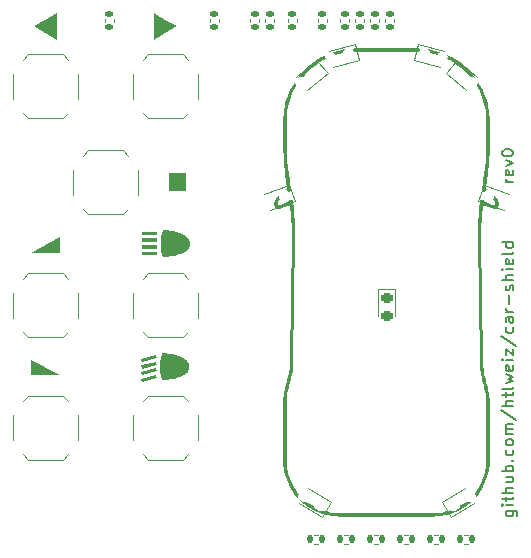
<source format=gbr>
%TF.GenerationSoftware,KiCad,Pcbnew,(6.0.9)*%
%TF.CreationDate,2022-11-30T17:50:51+01:00*%
%TF.ProjectId,car-shield,6361722d-7368-4696-956c-642e6b696361,rev0*%
%TF.SameCoordinates,Original*%
%TF.FileFunction,Legend,Top*%
%TF.FilePolarity,Positive*%
%FSLAX46Y46*%
G04 Gerber Fmt 4.6, Leading zero omitted, Abs format (unit mm)*
G04 Created by KiCad (PCBNEW (6.0.9)) date 2022-11-30 17:50:51*
%MOMM*%
%LPD*%
G01*
G04 APERTURE LIST*
G04 Aperture macros list*
%AMRoundRect*
0 Rectangle with rounded corners*
0 $1 Rounding radius*
0 $2 $3 $4 $5 $6 $7 $8 $9 X,Y pos of 4 corners*
0 Add a 4 corners polygon primitive as box body*
4,1,4,$2,$3,$4,$5,$6,$7,$8,$9,$2,$3,0*
0 Add four circle primitives for the rounded corners*
1,1,$1+$1,$2,$3*
1,1,$1+$1,$4,$5*
1,1,$1+$1,$6,$7*
1,1,$1+$1,$8,$9*
0 Add four rect primitives between the rounded corners*
20,1,$1+$1,$2,$3,$4,$5,0*
20,1,$1+$1,$4,$5,$6,$7,0*
20,1,$1+$1,$6,$7,$8,$9,0*
20,1,$1+$1,$8,$9,$2,$3,0*%
G04 Aperture macros list end*
%ADD10C,0.150000*%
%ADD11C,0.000000*%
%ADD12C,0.120000*%
%ADD13R,1.000000X0.750000*%
%ADD14RoundRect,0.218750X0.117915X0.315613X-0.293200X0.165979X-0.117915X-0.315613X0.293200X-0.165979X0*%
%ADD15RoundRect,0.135000X-0.135000X-0.185000X0.135000X-0.185000X0.135000X0.185000X-0.135000X0.185000X0*%
%ADD16RoundRect,0.135000X-0.185000X0.135000X-0.185000X-0.135000X0.185000X-0.135000X0.185000X0.135000X0*%
%ADD17RoundRect,0.218750X-0.277619X-0.190902X0.144974X-0.304135X0.277619X0.190902X-0.144974X0.304135X0*%
%ADD18RoundRect,0.218750X0.317568X0.112544X-0.061318X0.331294X-0.317568X-0.112544X0.061318X-0.331294X0*%
%ADD19RoundRect,0.218750X-0.332287X-0.055689X0.002858X-0.336909X0.332287X0.055689X-0.002858X0.336909X0*%
%ADD20RoundRect,0.218750X0.002858X0.336909X-0.332287X0.055689X-0.002858X-0.336909X0.332287X-0.055689X0*%
%ADD21RoundRect,0.218750X-0.256250X0.218750X-0.256250X-0.218750X0.256250X-0.218750X0.256250X0.218750X0*%
%ADD22RoundRect,0.218750X-0.061318X-0.331294X0.317568X-0.112544X0.061318X0.331294X-0.317568X0.112544X0*%
%ADD23RoundRect,0.218750X0.144974X0.304135X-0.277619X0.190902X-0.144974X-0.304135X0.277619X-0.190902X0*%
%ADD24RoundRect,0.135000X0.185000X-0.135000X0.185000X0.135000X-0.185000X0.135000X-0.185000X-0.135000X0*%
%ADD25RoundRect,0.218750X-0.293200X-0.165979X0.117915X-0.315613X0.293200X0.165979X-0.117915X0.315613X0*%
%ADD26C,2.000000*%
%ADD27R,1.600000X1.600000*%
%ADD28O,1.600000X1.600000*%
G04 APERTURE END LIST*
D10*
X166060380Y-89749142D02*
X165393714Y-89749142D01*
X165584190Y-89749142D02*
X165488952Y-89701523D01*
X165441333Y-89653904D01*
X165393714Y-89558666D01*
X165393714Y-89463428D01*
X166012761Y-88749142D02*
X166060380Y-88844380D01*
X166060380Y-89034857D01*
X166012761Y-89130095D01*
X165917523Y-89177714D01*
X165536571Y-89177714D01*
X165441333Y-89130095D01*
X165393714Y-89034857D01*
X165393714Y-88844380D01*
X165441333Y-88749142D01*
X165536571Y-88701523D01*
X165631809Y-88701523D01*
X165727047Y-89177714D01*
X165393714Y-88368190D02*
X166060380Y-88130095D01*
X165393714Y-87892000D01*
X165060380Y-87320571D02*
X165060380Y-87225333D01*
X165108000Y-87130095D01*
X165155619Y-87082476D01*
X165250857Y-87034857D01*
X165441333Y-86987238D01*
X165679428Y-86987238D01*
X165869904Y-87034857D01*
X165965142Y-87082476D01*
X166012761Y-87130095D01*
X166060380Y-87225333D01*
X166060380Y-87320571D01*
X166012761Y-87415809D01*
X165965142Y-87463428D01*
X165869904Y-87511047D01*
X165679428Y-87558666D01*
X165441333Y-87558666D01*
X165250857Y-87511047D01*
X165155619Y-87463428D01*
X165108000Y-87415809D01*
X165060380Y-87320571D01*
X165393714Y-117568857D02*
X166203238Y-117568857D01*
X166298476Y-117616476D01*
X166346095Y-117664095D01*
X166393714Y-117759333D01*
X166393714Y-117902190D01*
X166346095Y-117997428D01*
X166012761Y-117568857D02*
X166060380Y-117664095D01*
X166060380Y-117854571D01*
X166012761Y-117949809D01*
X165965142Y-117997428D01*
X165869904Y-118045047D01*
X165584190Y-118045047D01*
X165488952Y-117997428D01*
X165441333Y-117949809D01*
X165393714Y-117854571D01*
X165393714Y-117664095D01*
X165441333Y-117568857D01*
X166060380Y-117092666D02*
X165393714Y-117092666D01*
X165060380Y-117092666D02*
X165108000Y-117140285D01*
X165155619Y-117092666D01*
X165108000Y-117045047D01*
X165060380Y-117092666D01*
X165155619Y-117092666D01*
X165393714Y-116759333D02*
X165393714Y-116378380D01*
X165060380Y-116616476D02*
X165917523Y-116616476D01*
X166012761Y-116568857D01*
X166060380Y-116473619D01*
X166060380Y-116378380D01*
X166060380Y-116045047D02*
X165060380Y-116045047D01*
X166060380Y-115616476D02*
X165536571Y-115616476D01*
X165441333Y-115664095D01*
X165393714Y-115759333D01*
X165393714Y-115902190D01*
X165441333Y-115997428D01*
X165488952Y-116045047D01*
X165393714Y-114711714D02*
X166060380Y-114711714D01*
X165393714Y-115140285D02*
X165917523Y-115140285D01*
X166012761Y-115092666D01*
X166060380Y-114997428D01*
X166060380Y-114854571D01*
X166012761Y-114759333D01*
X165965142Y-114711714D01*
X166060380Y-114235523D02*
X165060380Y-114235523D01*
X165441333Y-114235523D02*
X165393714Y-114140285D01*
X165393714Y-113949809D01*
X165441333Y-113854571D01*
X165488952Y-113806952D01*
X165584190Y-113759333D01*
X165869904Y-113759333D01*
X165965142Y-113806952D01*
X166012761Y-113854571D01*
X166060380Y-113949809D01*
X166060380Y-114140285D01*
X166012761Y-114235523D01*
X165965142Y-113330761D02*
X166012761Y-113283142D01*
X166060380Y-113330761D01*
X166012761Y-113378380D01*
X165965142Y-113330761D01*
X166060380Y-113330761D01*
X166012761Y-112426000D02*
X166060380Y-112521238D01*
X166060380Y-112711714D01*
X166012761Y-112806952D01*
X165965142Y-112854571D01*
X165869904Y-112902190D01*
X165584190Y-112902190D01*
X165488952Y-112854571D01*
X165441333Y-112806952D01*
X165393714Y-112711714D01*
X165393714Y-112521238D01*
X165441333Y-112426000D01*
X166060380Y-111854571D02*
X166012761Y-111949809D01*
X165965142Y-111997428D01*
X165869904Y-112045047D01*
X165584190Y-112045047D01*
X165488952Y-111997428D01*
X165441333Y-111949809D01*
X165393714Y-111854571D01*
X165393714Y-111711714D01*
X165441333Y-111616476D01*
X165488952Y-111568857D01*
X165584190Y-111521238D01*
X165869904Y-111521238D01*
X165965142Y-111568857D01*
X166012761Y-111616476D01*
X166060380Y-111711714D01*
X166060380Y-111854571D01*
X166060380Y-111092666D02*
X165393714Y-111092666D01*
X165488952Y-111092666D02*
X165441333Y-111045047D01*
X165393714Y-110949809D01*
X165393714Y-110806952D01*
X165441333Y-110711714D01*
X165536571Y-110664095D01*
X166060380Y-110664095D01*
X165536571Y-110664095D02*
X165441333Y-110616476D01*
X165393714Y-110521238D01*
X165393714Y-110378380D01*
X165441333Y-110283142D01*
X165536571Y-110235523D01*
X166060380Y-110235523D01*
X165012761Y-109045047D02*
X166298476Y-109902190D01*
X166060380Y-108711714D02*
X165060380Y-108711714D01*
X166060380Y-108283142D02*
X165536571Y-108283142D01*
X165441333Y-108330761D01*
X165393714Y-108426000D01*
X165393714Y-108568857D01*
X165441333Y-108664095D01*
X165488952Y-108711714D01*
X165393714Y-107949809D02*
X165393714Y-107568857D01*
X165060380Y-107806952D02*
X165917523Y-107806952D01*
X166012761Y-107759333D01*
X166060380Y-107664095D01*
X166060380Y-107568857D01*
X166060380Y-107092666D02*
X166012761Y-107187904D01*
X165917523Y-107235523D01*
X165060380Y-107235523D01*
X165393714Y-106806952D02*
X166060380Y-106616476D01*
X165584190Y-106426000D01*
X166060380Y-106235523D01*
X165393714Y-106045047D01*
X166012761Y-105283142D02*
X166060380Y-105378380D01*
X166060380Y-105568857D01*
X166012761Y-105664095D01*
X165917523Y-105711714D01*
X165536571Y-105711714D01*
X165441333Y-105664095D01*
X165393714Y-105568857D01*
X165393714Y-105378380D01*
X165441333Y-105283142D01*
X165536571Y-105235523D01*
X165631809Y-105235523D01*
X165727047Y-105711714D01*
X166060380Y-104806952D02*
X165393714Y-104806952D01*
X165060380Y-104806952D02*
X165108000Y-104854571D01*
X165155619Y-104806952D01*
X165108000Y-104759333D01*
X165060380Y-104806952D01*
X165155619Y-104806952D01*
X165393714Y-104426000D02*
X165393714Y-103902190D01*
X166060380Y-104426000D01*
X166060380Y-103902190D01*
X165012761Y-102806952D02*
X166298476Y-103664095D01*
X166012761Y-102045047D02*
X166060380Y-102140285D01*
X166060380Y-102330761D01*
X166012761Y-102426000D01*
X165965142Y-102473619D01*
X165869904Y-102521238D01*
X165584190Y-102521238D01*
X165488952Y-102473619D01*
X165441333Y-102426000D01*
X165393714Y-102330761D01*
X165393714Y-102140285D01*
X165441333Y-102045047D01*
X166060380Y-101187904D02*
X165536571Y-101187904D01*
X165441333Y-101235523D01*
X165393714Y-101330761D01*
X165393714Y-101521238D01*
X165441333Y-101616476D01*
X166012761Y-101187904D02*
X166060380Y-101283142D01*
X166060380Y-101521238D01*
X166012761Y-101616476D01*
X165917523Y-101664095D01*
X165822285Y-101664095D01*
X165727047Y-101616476D01*
X165679428Y-101521238D01*
X165679428Y-101283142D01*
X165631809Y-101187904D01*
X166060380Y-100711714D02*
X165393714Y-100711714D01*
X165584190Y-100711714D02*
X165488952Y-100664095D01*
X165441333Y-100616476D01*
X165393714Y-100521238D01*
X165393714Y-100426000D01*
X165679428Y-100092666D02*
X165679428Y-99330761D01*
X166012761Y-98902190D02*
X166060380Y-98806952D01*
X166060380Y-98616476D01*
X166012761Y-98521238D01*
X165917523Y-98473619D01*
X165869904Y-98473619D01*
X165774666Y-98521238D01*
X165727047Y-98616476D01*
X165727047Y-98759333D01*
X165679428Y-98854571D01*
X165584190Y-98902190D01*
X165536571Y-98902190D01*
X165441333Y-98854571D01*
X165393714Y-98759333D01*
X165393714Y-98616476D01*
X165441333Y-98521238D01*
X166060380Y-98045047D02*
X165060380Y-98045047D01*
X166060380Y-97616476D02*
X165536571Y-97616476D01*
X165441333Y-97664095D01*
X165393714Y-97759333D01*
X165393714Y-97902190D01*
X165441333Y-97997428D01*
X165488952Y-98045047D01*
X166060380Y-97140285D02*
X165393714Y-97140285D01*
X165060380Y-97140285D02*
X165108000Y-97187904D01*
X165155619Y-97140285D01*
X165108000Y-97092666D01*
X165060380Y-97140285D01*
X165155619Y-97140285D01*
X166012761Y-96283142D02*
X166060380Y-96378380D01*
X166060380Y-96568857D01*
X166012761Y-96664095D01*
X165917523Y-96711714D01*
X165536571Y-96711714D01*
X165441333Y-96664095D01*
X165393714Y-96568857D01*
X165393714Y-96378380D01*
X165441333Y-96283142D01*
X165536571Y-96235523D01*
X165631809Y-96235523D01*
X165727047Y-96711714D01*
X166060380Y-95664095D02*
X166012761Y-95759333D01*
X165917523Y-95806952D01*
X165060380Y-95806952D01*
X166060380Y-94854571D02*
X165060380Y-94854571D01*
X166012761Y-94854571D02*
X166060380Y-94949809D01*
X166060380Y-95140285D01*
X166012761Y-95235523D01*
X165965142Y-95283142D01*
X165869904Y-95330761D01*
X165584190Y-95330761D01*
X165488952Y-95283142D01*
X165441333Y-95235523D01*
X165393714Y-95140285D01*
X165393714Y-94949809D01*
X165441333Y-94854571D01*
D11*
G36*
X135917017Y-95963308D02*
G01*
X134609781Y-95963308D01*
X134609781Y-95668039D01*
X135917017Y-95668039D01*
X135917017Y-95963308D01*
G37*
G36*
X135905672Y-105789755D02*
G01*
X134639605Y-106115172D01*
X134566088Y-105829207D01*
X135832171Y-105503790D01*
X135905672Y-105789755D01*
G37*
G36*
X135917017Y-95387037D02*
G01*
X134609781Y-95387037D01*
X134609781Y-95091768D01*
X135917017Y-95091768D01*
X135917017Y-95387037D01*
G37*
G36*
X127682554Y-106100000D02*
G01*
X125197447Y-106100000D01*
X125197447Y-104777437D01*
X127682554Y-106100000D01*
G37*
G36*
X136537783Y-104256769D02*
G01*
X136641718Y-104258130D01*
X136744948Y-104262208D01*
X136847302Y-104268965D01*
X136948607Y-104278363D01*
X137048692Y-104290364D01*
X137147385Y-104304931D01*
X137244514Y-104322025D01*
X137339907Y-104341609D01*
X137433393Y-104363645D01*
X137524799Y-104388094D01*
X137613954Y-104414920D01*
X137700686Y-104444084D01*
X137784823Y-104475548D01*
X137866193Y-104509275D01*
X137944624Y-104545226D01*
X138019945Y-104583365D01*
X138091623Y-104623442D01*
X138159193Y-104665175D01*
X138222583Y-104708473D01*
X138281722Y-104753245D01*
X138336539Y-104799399D01*
X138386963Y-104846844D01*
X138432923Y-104895488D01*
X138474346Y-104945241D01*
X138511164Y-104996011D01*
X138543303Y-105047707D01*
X138570693Y-105100238D01*
X138582584Y-105126788D01*
X138593262Y-105153512D01*
X138602717Y-105180399D01*
X138610940Y-105207438D01*
X138617923Y-105234618D01*
X138623656Y-105261925D01*
X138628130Y-105289351D01*
X138631337Y-105316882D01*
X138633268Y-105344508D01*
X138633913Y-105372217D01*
X138631170Y-105429607D01*
X138623061Y-105486243D01*
X138609718Y-105542056D01*
X138591274Y-105596974D01*
X138567859Y-105650929D01*
X138539606Y-105703849D01*
X138506646Y-105755666D01*
X138469110Y-105806309D01*
X138380840Y-105903791D01*
X138275850Y-105995737D01*
X138155191Y-106081586D01*
X138019919Y-106160776D01*
X137871085Y-106232748D01*
X137709744Y-106296942D01*
X137536949Y-106352796D01*
X137353753Y-106399750D01*
X137161209Y-106437244D01*
X136960372Y-106464717D01*
X136752293Y-106481610D01*
X136538027Y-106487360D01*
X136482325Y-106486816D01*
X136426680Y-106485481D01*
X136371121Y-106483354D01*
X136315676Y-106480433D01*
X136292796Y-106417586D01*
X136271309Y-106353582D01*
X136251226Y-106288485D01*
X136232557Y-106222360D01*
X136215314Y-106155270D01*
X136199509Y-106087282D01*
X136185152Y-106018459D01*
X136172255Y-105948867D01*
X136160829Y-105878570D01*
X136150884Y-105807632D01*
X136135487Y-105664095D01*
X136126154Y-105518773D01*
X136123788Y-105445604D01*
X136122973Y-105372183D01*
X136123789Y-105298755D01*
X136126154Y-105225580D01*
X136130058Y-105152723D01*
X136135490Y-105080248D01*
X136142438Y-105008221D01*
X136150890Y-104936705D01*
X136160836Y-104865765D01*
X136172264Y-104795467D01*
X136185164Y-104725873D01*
X136199523Y-104657050D01*
X136215331Y-104589062D01*
X136232576Y-104521973D01*
X136251248Y-104455848D01*
X136271334Y-104390752D01*
X136292824Y-104326748D01*
X136315707Y-104263903D01*
X136371142Y-104260925D01*
X136426695Y-104258731D01*
X136482334Y-104257323D01*
X136538027Y-104256701D01*
X136537783Y-104256769D01*
G37*
G36*
X127682554Y-95741000D02*
G01*
X125197447Y-95741000D01*
X127682554Y-94418433D01*
X127682554Y-95741000D01*
G37*
G36*
X135905672Y-105231623D02*
G01*
X134639590Y-105557039D01*
X134566088Y-105271067D01*
X135832171Y-104945650D01*
X135905672Y-105231623D01*
G37*
G36*
X135917017Y-94810770D02*
G01*
X134609781Y-94810770D01*
X134609781Y-94515501D01*
X135917017Y-94515501D01*
X135917017Y-94810770D01*
G37*
G36*
X135917017Y-94234499D02*
G01*
X134609781Y-94234499D01*
X134609781Y-93939230D01*
X135917017Y-93939230D01*
X135917017Y-94234499D01*
G37*
G36*
X136600024Y-75989803D02*
G01*
X137588808Y-76564002D01*
X136600024Y-77138198D01*
X135611193Y-77712394D01*
X135611193Y-75415607D01*
X136600024Y-75989803D01*
G37*
G36*
X138378000Y-90509168D02*
G01*
X136878832Y-90509168D01*
X136878832Y-89010000D01*
X138378000Y-89010000D01*
X138378000Y-90509168D01*
G37*
G36*
X135905672Y-106347883D02*
G01*
X134639590Y-106673300D01*
X134566088Y-106387335D01*
X135832171Y-106061911D01*
X135905672Y-106347883D01*
G37*
G36*
X135905672Y-104673491D02*
G01*
X134639590Y-104998907D01*
X134566088Y-104712942D01*
X135832171Y-104387526D01*
X135905672Y-104673491D01*
G37*
G36*
X127428808Y-77712394D02*
G01*
X126439978Y-77138198D01*
X125451193Y-76564002D01*
X126439978Y-75989803D01*
X127428808Y-75415607D01*
X127428808Y-77712394D01*
G37*
G36*
X136600000Y-93836000D02*
G01*
X136703935Y-93837361D01*
X136807165Y-93841439D01*
X136909519Y-93848196D01*
X137010824Y-93857594D01*
X137110909Y-93869595D01*
X137209602Y-93884162D01*
X137306731Y-93901256D01*
X137402124Y-93920840D01*
X137495610Y-93942876D01*
X137587016Y-93967325D01*
X137676171Y-93994151D01*
X137762903Y-94023315D01*
X137847040Y-94054779D01*
X137928410Y-94088506D01*
X138006842Y-94124457D01*
X138082163Y-94162595D01*
X138153841Y-94202673D01*
X138221410Y-94244406D01*
X138284800Y-94287704D01*
X138343939Y-94332476D01*
X138398756Y-94378630D01*
X138449180Y-94426074D01*
X138495140Y-94474719D01*
X138536564Y-94524472D01*
X138573381Y-94575242D01*
X138605520Y-94626938D01*
X138632910Y-94679469D01*
X138644802Y-94706019D01*
X138655479Y-94732743D01*
X138664934Y-94759630D01*
X138673157Y-94786669D01*
X138680140Y-94813848D01*
X138685873Y-94841156D01*
X138690347Y-94868582D01*
X138693554Y-94896113D01*
X138695485Y-94923739D01*
X138696130Y-94951448D01*
X138693387Y-95008838D01*
X138685278Y-95065474D01*
X138671935Y-95121286D01*
X138653491Y-95176205D01*
X138630076Y-95230159D01*
X138601823Y-95283080D01*
X138568863Y-95334897D01*
X138531327Y-95385539D01*
X138443057Y-95483022D01*
X138338066Y-95574968D01*
X138217407Y-95660816D01*
X138082134Y-95740007D01*
X137933300Y-95811979D01*
X137771958Y-95876173D01*
X137599161Y-95932027D01*
X137415964Y-95978981D01*
X137223418Y-96016475D01*
X137022579Y-96043948D01*
X136814498Y-96060840D01*
X136600229Y-96066591D01*
X136544527Y-96066047D01*
X136488884Y-96064711D01*
X136433329Y-96062581D01*
X136377893Y-96059656D01*
X136355014Y-95996810D01*
X136333527Y-95932806D01*
X136313443Y-95867709D01*
X136294774Y-95801584D01*
X136277532Y-95734495D01*
X136261726Y-95666507D01*
X136247369Y-95597685D01*
X136234472Y-95528094D01*
X136223046Y-95457797D01*
X136213102Y-95386860D01*
X136197705Y-95243324D01*
X136188371Y-95098003D01*
X136186006Y-95024835D01*
X136185190Y-94951414D01*
X136186006Y-94877985D01*
X136188371Y-94804811D01*
X136192276Y-94731953D01*
X136197707Y-94659479D01*
X136204654Y-94587451D01*
X136213106Y-94515935D01*
X136223052Y-94444996D01*
X136234480Y-94374697D01*
X136247378Y-94305104D01*
X136261737Y-94236281D01*
X136277543Y-94168293D01*
X136294787Y-94101204D01*
X136313457Y-94035079D01*
X136333541Y-93969982D01*
X136355029Y-93905979D01*
X136377908Y-93843134D01*
X136433344Y-93840155D01*
X136488899Y-93837962D01*
X136544542Y-93836555D01*
X136600244Y-93835935D01*
X136600000Y-93836000D01*
G37*
D12*
%TO.C,SW_high_b1*%
X138050000Y-97466000D02*
X138540000Y-97956000D01*
X135150000Y-97466000D02*
X138050000Y-97466000D01*
X139320000Y-101226000D02*
X139320000Y-99146000D01*
X133880000Y-101226000D02*
X133880000Y-99146000D01*
X135150000Y-102906000D02*
X138050000Y-102906000D01*
X135150000Y-97466000D02*
X134660000Y-97956000D01*
X138050000Y-102906000D02*
X138540000Y-102416000D01*
X135150000Y-102906000D02*
X134660000Y-102416000D01*
%TO.C,SW_dipped_b1*%
X138050000Y-107825000D02*
X138540000Y-108315000D01*
X135150000Y-107825000D02*
X138050000Y-107825000D01*
X139320000Y-111585000D02*
X139320000Y-109505000D01*
X133880000Y-111585000D02*
X133880000Y-109505000D01*
X135150000Y-113265000D02*
X138050000Y-113265000D01*
X135150000Y-107825000D02*
X134660000Y-108315000D01*
X138050000Y-113265000D02*
X138540000Y-112775000D01*
X135150000Y-113265000D02*
X134660000Y-112775000D01*
%TO.C,SW_decel1*%
X127890000Y-107825000D02*
X128380000Y-108315000D01*
X124990000Y-107825000D02*
X127890000Y-107825000D01*
X129160000Y-111585000D02*
X129160000Y-109505000D01*
X123720000Y-111585000D02*
X123720000Y-109505000D01*
X124990000Y-113265000D02*
X127890000Y-113265000D01*
X124990000Y-107825000D02*
X124500000Y-108315000D01*
X127890000Y-113265000D02*
X128380000Y-112775000D01*
X124990000Y-113265000D02*
X124500000Y-112775000D01*
%TO.C,SW_accel1*%
X127890000Y-97466000D02*
X128380000Y-97956000D01*
X124990000Y-97466000D02*
X127890000Y-97466000D01*
X129160000Y-101226000D02*
X129160000Y-99146000D01*
X123720000Y-101226000D02*
X123720000Y-99146000D01*
X124990000Y-102906000D02*
X127890000Y-102906000D01*
X124990000Y-97466000D02*
X124500000Y-97956000D01*
X127890000Y-102906000D02*
X128380000Y-102416000D01*
X124990000Y-102906000D02*
X124500000Y-102416000D01*
%TO.C,SW_stop1*%
X132970000Y-87052000D02*
X133460000Y-87542000D01*
X130070000Y-87052000D02*
X132970000Y-87052000D01*
X134240000Y-90812000D02*
X134240000Y-88732000D01*
X128800000Y-90812000D02*
X128800000Y-88732000D01*
X130070000Y-92492000D02*
X132970000Y-92492000D01*
X130070000Y-87052000D02*
X129580000Y-87542000D01*
X132970000Y-92492000D02*
X133460000Y-92002000D01*
X130070000Y-92492000D02*
X129580000Y-92002000D01*
%TO.C,SW_left1*%
X124990000Y-84364000D02*
X124500000Y-83874000D01*
X127890000Y-84364000D02*
X128380000Y-83874000D01*
X124990000Y-78924000D02*
X124500000Y-79414000D01*
X124990000Y-84364000D02*
X127890000Y-84364000D01*
X123720000Y-82684000D02*
X123720000Y-80604000D01*
X129160000Y-82684000D02*
X129160000Y-80604000D01*
X124990000Y-78924000D02*
X127890000Y-78924000D01*
X127890000Y-78924000D02*
X128380000Y-79414000D01*
%TO.C,SW_right1*%
X135150000Y-84364000D02*
X134660000Y-83874000D01*
X138050000Y-84364000D02*
X138540000Y-83874000D01*
X135150000Y-78924000D02*
X134660000Y-79414000D01*
X135150000Y-84364000D02*
X138050000Y-84364000D01*
X133880000Y-82684000D02*
X133880000Y-80604000D01*
X139320000Y-82684000D02*
X139320000Y-80604000D01*
X135150000Y-78924000D02*
X138050000Y-78924000D01*
X138050000Y-78924000D02*
X138540000Y-79414000D01*
%TO.C,D5*%
X145422631Y-92150290D02*
X147569828Y-91368774D01*
X147569828Y-91368774D02*
X147067059Y-89987426D01*
X147067059Y-89987426D02*
X144919861Y-90768942D01*
%TO.C,R11*%
X156816359Y-119635000D02*
X157123641Y-119635000D01*
X156816359Y-120395000D02*
X157123641Y-120395000D01*
%TO.C,R4*%
X153415000Y-75921359D02*
X153415000Y-76228641D01*
X152655000Y-75921359D02*
X152655000Y-76228641D01*
%TO.C,D2*%
X157633368Y-79446609D02*
X159840509Y-80038011D01*
X158013832Y-78026698D02*
X157633368Y-79446609D01*
X160220973Y-78618100D02*
X158013832Y-78026698D01*
%TO.C,R13*%
X161896359Y-119635000D02*
X162203641Y-119635000D01*
X161896359Y-120395000D02*
X162203641Y-120395000D01*
%TO.C,D9*%
X150624548Y-116818971D02*
X148645680Y-115676471D01*
X149889548Y-118092029D02*
X150624548Y-116818971D01*
X147910680Y-116949529D02*
X149889548Y-118092029D01*
%TO.C,R6*%
X150240000Y-75921359D02*
X150240000Y-76228641D01*
X149480000Y-75921359D02*
X149480000Y-76228641D01*
%TO.C,R2*%
X155955000Y-75921359D02*
X155955000Y-76228641D01*
X155195000Y-75921359D02*
X155195000Y-76228641D01*
%TO.C,D4*%
X160314975Y-80507503D02*
X162065387Y-81976273D01*
X161259873Y-79381418D02*
X160314975Y-80507503D01*
X163010284Y-80850187D02*
X161259873Y-79381418D01*
%TO.C,R7*%
X131446000Y-75919359D02*
X131446000Y-76226641D01*
X132206000Y-75919359D02*
X132206000Y-76226641D01*
%TO.C,R3*%
X151385000Y-75921359D02*
X151385000Y-76228641D01*
X152145000Y-75921359D02*
X152145000Y-76228641D01*
%TO.C,R5*%
X147700000Y-75921359D02*
X147700000Y-76228641D01*
X146940000Y-75921359D02*
X146940000Y-76228641D01*
%TO.C,R8*%
X145035000Y-75921359D02*
X145035000Y-76228641D01*
X145795000Y-75921359D02*
X145795000Y-76228641D01*
%TO.C,R16*%
X159356359Y-120395000D02*
X159663641Y-120395000D01*
X159356359Y-119635000D02*
X159663641Y-119635000D01*
%TO.C,D3*%
X148576613Y-81976273D02*
X150327025Y-80507503D01*
X149382127Y-79381418D02*
X147631716Y-80850187D01*
X150327025Y-80507503D02*
X149382127Y-79381418D01*
%TO.C,R12*%
X149196359Y-119635000D02*
X149503641Y-119635000D01*
X149196359Y-120395000D02*
X149503641Y-120395000D01*
%TO.C,D7*%
X154586000Y-98845000D02*
X154586000Y-101130000D01*
X156056000Y-98845000D02*
X154586000Y-98845000D01*
X156056000Y-101130000D02*
X156056000Y-98845000D01*
%TO.C,REF\u002A\u002A*%
G36*
X145816897Y-91522862D02*
G01*
X145820565Y-91488208D01*
X145825977Y-91453049D01*
X145833198Y-91417450D01*
X145842298Y-91381476D01*
X145853343Y-91345191D01*
X145866401Y-91308659D01*
X145881539Y-91271946D01*
X145898825Y-91235116D01*
X145917831Y-91199916D01*
X145939341Y-91164926D01*
X145963210Y-91130123D01*
X145989294Y-91095484D01*
X146017447Y-91060987D01*
X146047525Y-91026609D01*
X146079383Y-90992327D01*
X146112875Y-90958118D01*
X146147857Y-90923959D01*
X146184184Y-90889827D01*
X146260291Y-90821555D01*
X146340037Y-90753118D01*
X146422263Y-90684335D01*
X146494408Y-90625244D01*
X146565003Y-90568945D01*
X146633584Y-90515541D01*
X146699688Y-90465139D01*
X146822614Y-90373764D01*
X146930075Y-90295663D01*
X146752341Y-89043710D01*
X146709244Y-88720890D01*
X146671738Y-88397426D01*
X146639871Y-88073405D01*
X146613691Y-87748915D01*
X146593245Y-87424043D01*
X146578582Y-87098876D01*
X146569749Y-86773501D01*
X146566794Y-86448007D01*
X146566794Y-84614022D01*
X146574838Y-84296458D01*
X146598709Y-83983047D01*
X146638018Y-83674178D01*
X146692375Y-83370239D01*
X146761391Y-83071619D01*
X146844677Y-82778707D01*
X146941842Y-82491892D01*
X147052498Y-82211563D01*
X147176254Y-81938108D01*
X147312722Y-81671916D01*
X147461512Y-81413377D01*
X147622233Y-81162878D01*
X147794498Y-80920808D01*
X147977916Y-80687557D01*
X148172097Y-80463513D01*
X148376652Y-80249065D01*
X148591193Y-80044602D01*
X148815328Y-79850512D01*
X149048669Y-79667184D01*
X149290825Y-79495008D01*
X149541409Y-79334371D01*
X149800029Y-79185663D01*
X150066297Y-79049273D01*
X150339823Y-78925589D01*
X150620217Y-78814999D01*
X150907090Y-78717894D01*
X151200053Y-78634661D01*
X151498716Y-78565690D01*
X151802688Y-78511369D01*
X152111582Y-78472087D01*
X152425007Y-78448232D01*
X152742574Y-78440194D01*
X157887105Y-78440198D01*
X158204666Y-78448236D01*
X158518074Y-78472090D01*
X158826941Y-78511373D01*
X159130878Y-78565694D01*
X159429496Y-78634665D01*
X159722407Y-78717898D01*
X160009221Y-78815003D01*
X160289549Y-78925592D01*
X160563003Y-79049277D01*
X160829195Y-79185667D01*
X161087734Y-79334375D01*
X161338234Y-79495012D01*
X161580303Y-79667188D01*
X161813555Y-79850516D01*
X162037599Y-80044605D01*
X162252048Y-80249069D01*
X162456512Y-80463517D01*
X162650603Y-80687561D01*
X162833931Y-80920812D01*
X163006109Y-81162881D01*
X163166746Y-81413380D01*
X163315455Y-81671920D01*
X163451847Y-81938112D01*
X163575532Y-82211567D01*
X163686122Y-82491896D01*
X163783228Y-82778711D01*
X163866462Y-83071623D01*
X163935434Y-83370243D01*
X163989756Y-83674182D01*
X164029038Y-83983051D01*
X164052893Y-84296462D01*
X164060931Y-84614026D01*
X164060931Y-86448011D01*
X164058097Y-86773494D01*
X164049574Y-87098854D01*
X164035333Y-87424006D01*
X164015345Y-87748866D01*
X163989581Y-88073351D01*
X163958012Y-88397377D01*
X163920607Y-88720859D01*
X163877337Y-89043714D01*
X163697650Y-90295667D01*
X163805312Y-90373676D01*
X163928780Y-90464944D01*
X163995214Y-90515323D01*
X164064125Y-90568742D01*
X164135023Y-90625111D01*
X164207415Y-90684339D01*
X164289668Y-90753145D01*
X164369425Y-90821588D01*
X164445531Y-90889855D01*
X164481854Y-90923982D01*
X164516830Y-90958134D01*
X164550316Y-90992337D01*
X164582168Y-91026613D01*
X164612239Y-91060985D01*
X164640387Y-91095478D01*
X164666467Y-91130114D01*
X164690334Y-91164918D01*
X164711844Y-91199912D01*
X164730853Y-91235120D01*
X164748139Y-91271950D01*
X164763276Y-91308663D01*
X164776333Y-91345194D01*
X164787378Y-91381480D01*
X164796477Y-91417454D01*
X164803698Y-91453053D01*
X164809109Y-91488212D01*
X164812777Y-91522866D01*
X164814771Y-91556951D01*
X164815156Y-91590402D01*
X164814002Y-91623155D01*
X164811375Y-91655145D01*
X164807343Y-91686307D01*
X164801974Y-91716577D01*
X164795335Y-91745890D01*
X164787494Y-91774182D01*
X164783148Y-91787947D01*
X164778530Y-91801476D01*
X164773633Y-91814765D01*
X164768453Y-91827811D01*
X164762983Y-91840607D01*
X164757217Y-91853150D01*
X164751150Y-91865435D01*
X164744776Y-91877458D01*
X164738088Y-91889213D01*
X164731082Y-91900697D01*
X164723751Y-91911904D01*
X164716090Y-91922830D01*
X164708093Y-91933471D01*
X164699753Y-91943822D01*
X164691066Y-91953878D01*
X164682025Y-91963636D01*
X164672508Y-91973121D01*
X164662269Y-91982446D01*
X164651335Y-91991510D01*
X164639731Y-92000211D01*
X164627481Y-92008450D01*
X164614612Y-92016126D01*
X164601148Y-92023138D01*
X164587115Y-92029386D01*
X164572539Y-92034770D01*
X164557444Y-92039189D01*
X164541857Y-92042542D01*
X164525802Y-92044729D01*
X164509305Y-92045650D01*
X164492392Y-92045203D01*
X164483786Y-92044436D01*
X164475087Y-92043289D01*
X164466295Y-92041751D01*
X164457415Y-92039807D01*
X164438459Y-92034822D01*
X164420037Y-92029334D01*
X164401554Y-92023226D01*
X164382419Y-92016380D01*
X164362039Y-92008678D01*
X164339820Y-92000002D01*
X164287494Y-91979257D01*
X164154715Y-91926007D01*
X163998431Y-91862069D01*
X163755279Y-91761017D01*
X163512103Y-91658944D01*
X163468413Y-91997128D01*
X163430691Y-92335899D01*
X163399091Y-92675200D01*
X163373765Y-93014976D01*
X163354867Y-93355170D01*
X163342551Y-93695725D01*
X163336969Y-94036585D01*
X163338275Y-94377694D01*
X163482806Y-104877694D01*
X163489860Y-105103711D01*
X163505139Y-105329023D01*
X163528579Y-105553432D01*
X163560118Y-105776741D01*
X163599693Y-105998752D01*
X163647242Y-106219269D01*
X163702701Y-106438094D01*
X163766009Y-106655030D01*
X163834858Y-106892967D01*
X163894636Y-107133103D01*
X163945309Y-107375190D01*
X163986844Y-107618980D01*
X164019207Y-107864225D01*
X164042365Y-108110676D01*
X164056284Y-108358084D01*
X164060931Y-108606202D01*
X164060931Y-113266358D01*
X164054673Y-113513587D01*
X164036100Y-113757584D01*
X164005515Y-113998047D01*
X163963221Y-114234672D01*
X163909521Y-114467157D01*
X163844717Y-114695199D01*
X163769112Y-114918495D01*
X163683009Y-115136743D01*
X163586711Y-115349640D01*
X163480520Y-115556883D01*
X163364740Y-115758169D01*
X163239672Y-115953196D01*
X163105620Y-116141661D01*
X162962886Y-116323260D01*
X162811774Y-116497692D01*
X162652586Y-116664654D01*
X162485625Y-116823842D01*
X162311193Y-116974954D01*
X162129593Y-117117688D01*
X161941128Y-117251740D01*
X161746101Y-117376807D01*
X161544815Y-117492588D01*
X161337572Y-117598779D01*
X161124675Y-117695077D01*
X160906428Y-117781180D01*
X160683131Y-117856785D01*
X160455089Y-117921589D01*
X160222604Y-117975289D01*
X159985979Y-118017583D01*
X159745517Y-118048168D01*
X159501520Y-118066741D01*
X159254291Y-118072999D01*
X151375387Y-118072999D01*
X151128153Y-118066741D01*
X150884141Y-118048168D01*
X150643653Y-118017583D01*
X150406992Y-117975289D01*
X150174464Y-117921589D01*
X149946370Y-117856785D01*
X149723014Y-117781180D01*
X149504701Y-117695077D01*
X149291733Y-117598779D01*
X149084413Y-117492588D01*
X148883046Y-117376808D01*
X148687935Y-117251740D01*
X148499383Y-117117688D01*
X148317694Y-116974955D01*
X148143172Y-116823843D01*
X147976118Y-116664654D01*
X147816839Y-116497693D01*
X147665635Y-116323261D01*
X147522812Y-116141661D01*
X147388673Y-115953197D01*
X147263521Y-115758170D01*
X147147659Y-115556884D01*
X147041392Y-115349641D01*
X146945022Y-115136745D01*
X146858853Y-114918497D01*
X146783189Y-114695201D01*
X146718333Y-114467159D01*
X146664588Y-114234674D01*
X146622259Y-113998049D01*
X146591647Y-113757587D01*
X146573058Y-113513591D01*
X146566794Y-113266362D01*
X146566794Y-108606206D01*
X146571486Y-108358135D01*
X146585530Y-108110767D01*
X146608882Y-107864346D01*
X146641496Y-107619119D01*
X146683327Y-107375329D01*
X146734330Y-107133222D01*
X146794459Y-106893042D01*
X146863669Y-106655034D01*
X146926935Y-106438131D01*
X146982302Y-106219339D01*
X147029738Y-105998852D01*
X147069213Y-105776861D01*
X147100695Y-105553557D01*
X147124153Y-105329133D01*
X147139556Y-105103780D01*
X147146872Y-104877690D01*
X147291403Y-94377690D01*
X147292718Y-94036336D01*
X147287155Y-93695230D01*
X147274862Y-93354428D01*
X147255985Y-93013989D01*
X147230671Y-92673967D01*
X147199067Y-92334422D01*
X147161319Y-91995410D01*
X147117575Y-91656987D01*
X146874456Y-91760004D01*
X146631247Y-91862065D01*
X146474976Y-91926006D01*
X146342185Y-91979253D01*
X146290423Y-91999884D01*
X146268452Y-92008555D01*
X146248304Y-92016275D01*
X146229393Y-92023151D01*
X146211133Y-92029292D01*
X146192936Y-92034807D01*
X146174216Y-92039804D01*
X146165246Y-92041863D01*
X146156366Y-92043505D01*
X146147579Y-92044743D01*
X146138890Y-92045590D01*
X146130301Y-92046059D01*
X146121815Y-92046164D01*
X146113435Y-92045916D01*
X146105164Y-92045330D01*
X146097006Y-92044419D01*
X146088964Y-92043194D01*
X146081040Y-92041671D01*
X146073239Y-92039861D01*
X146065562Y-92037777D01*
X146058014Y-92035433D01*
X146050597Y-92032843D01*
X146043315Y-92030017D01*
X146029167Y-92023717D01*
X146015594Y-92016637D01*
X146002622Y-92008881D01*
X145990276Y-92000555D01*
X145978581Y-91991762D01*
X145967562Y-91982608D01*
X145957245Y-91973196D01*
X145947654Y-91963632D01*
X145938613Y-91953875D01*
X145929926Y-91943819D01*
X145921587Y-91933468D01*
X145913590Y-91922827D01*
X145905929Y-91911901D01*
X145898598Y-91900694D01*
X145891592Y-91889210D01*
X145884904Y-91877455D01*
X145878530Y-91865433D01*
X145872462Y-91853148D01*
X145866696Y-91840605D01*
X145861226Y-91827808D01*
X145856045Y-91814763D01*
X145851149Y-91801473D01*
X145846531Y-91787943D01*
X145842185Y-91774179D01*
X145834342Y-91745887D01*
X145827702Y-91716573D01*
X145822332Y-91686303D01*
X145818300Y-91655141D01*
X145815672Y-91623151D01*
X145814518Y-91590398D01*
X145814540Y-91588478D01*
X146106509Y-91588478D01*
X146107170Y-91607475D01*
X146108654Y-91625708D01*
X146110891Y-91643135D01*
X146113812Y-91659713D01*
X146117348Y-91675398D01*
X146121428Y-91690148D01*
X146122965Y-91695010D01*
X146124515Y-91699531D01*
X146126079Y-91703736D01*
X146127653Y-91707649D01*
X146129238Y-91711297D01*
X146130830Y-91714702D01*
X146132428Y-91717891D01*
X146134031Y-91720888D01*
X146135636Y-91723717D01*
X146137243Y-91726405D01*
X146138850Y-91728975D01*
X146140454Y-91731452D01*
X146146819Y-91740930D01*
X146179818Y-91728951D01*
X146202503Y-91720343D01*
X146234709Y-91707730D01*
X146364925Y-91655704D01*
X146519866Y-91592496D01*
X146862074Y-91449347D01*
X147183928Y-91313199D01*
X147357756Y-91240930D01*
X147400725Y-91529992D01*
X147400725Y-91531991D01*
X147447805Y-91886344D01*
X147487894Y-92241366D01*
X147521006Y-92596986D01*
X147547153Y-92953135D01*
X147566350Y-93309742D01*
X147578608Y-93666735D01*
X147583943Y-94024045D01*
X147582365Y-94381600D01*
X147437834Y-104881600D01*
X147430160Y-105118040D01*
X147413989Y-105353727D01*
X147389365Y-105588465D01*
X147356330Y-105822054D01*
X147314929Y-106054298D01*
X147265205Y-106284998D01*
X147207201Y-106513956D01*
X147140959Y-106740975D01*
X147074850Y-106968417D01*
X147017450Y-107197981D01*
X146968790Y-107429423D01*
X146928905Y-107662498D01*
X146897826Y-107896959D01*
X146875587Y-108132561D01*
X146862219Y-108369060D01*
X146857756Y-108606210D01*
X146857756Y-113266366D01*
X146863632Y-113498922D01*
X146881069Y-113728403D01*
X146909785Y-113954529D01*
X146949497Y-114177016D01*
X146999921Y-114395581D01*
X147060773Y-114609943D01*
X147131771Y-114819818D01*
X147212631Y-115024924D01*
X147303070Y-115224978D01*
X147402805Y-115419698D01*
X147511552Y-115608801D01*
X147629028Y-115792004D01*
X147754949Y-115969025D01*
X147889033Y-116139582D01*
X148030996Y-116303391D01*
X148180554Y-116460171D01*
X148337425Y-116609638D01*
X148501325Y-116751510D01*
X148671971Y-116885504D01*
X148849080Y-117011339D01*
X149032368Y-117128730D01*
X149221551Y-117237396D01*
X149416347Y-117337054D01*
X149616473Y-117427422D01*
X149821644Y-117508216D01*
X150031578Y-117579155D01*
X150245992Y-117639955D01*
X150464601Y-117690334D01*
X150687123Y-117730010D01*
X150913275Y-117758700D01*
X151142773Y-117776121D01*
X151375334Y-117781991D01*
X159254238Y-117781991D01*
X159486793Y-117776121D01*
X159716275Y-117758700D01*
X159942401Y-117730010D01*
X160164888Y-117690334D01*
X160383453Y-117639955D01*
X160597814Y-117579155D01*
X160807689Y-117508216D01*
X161012795Y-117427422D01*
X161212849Y-117337054D01*
X161407569Y-117237396D01*
X161596672Y-117128730D01*
X161779875Y-117011339D01*
X161956896Y-116885504D01*
X162127453Y-116751510D01*
X162291262Y-116609638D01*
X162448042Y-116460171D01*
X162597509Y-116303391D01*
X162739381Y-116139582D01*
X162873375Y-115969025D01*
X162999210Y-115792004D01*
X163116601Y-115608801D01*
X163225267Y-115419698D01*
X163324925Y-115224978D01*
X163415293Y-115024924D01*
X163496087Y-114819818D01*
X163567026Y-114609943D01*
X163627826Y-114395581D01*
X163678205Y-114177016D01*
X163717881Y-113954529D01*
X163746571Y-113728403D01*
X163763992Y-113498922D01*
X163769862Y-113266366D01*
X163769862Y-108606210D01*
X163765367Y-108369108D01*
X163751921Y-108132650D01*
X163729585Y-107897078D01*
X163698419Y-107662633D01*
X163658483Y-107429559D01*
X163609837Y-107198097D01*
X163552543Y-106968488D01*
X163486659Y-106740975D01*
X163420475Y-106513991D01*
X163362607Y-106285068D01*
X163313085Y-106054400D01*
X163271941Y-105822177D01*
X163239204Y-105588593D01*
X163214904Y-105353841D01*
X163199072Y-105118113D01*
X163191737Y-104881600D01*
X163047206Y-94381600D01*
X163045628Y-94024045D01*
X163050961Y-93666734D01*
X163063220Y-93309741D01*
X163082416Y-92953134D01*
X163108564Y-92596985D01*
X163141676Y-92241364D01*
X163181766Y-91886343D01*
X163228846Y-91531991D01*
X163269870Y-91240975D01*
X163443698Y-91313245D01*
X163766523Y-91449423D01*
X164109713Y-91592542D01*
X164264663Y-91655745D01*
X164394870Y-91707776D01*
X164427084Y-91720379D01*
X164449761Y-91728992D01*
X164466965Y-91735297D01*
X164482760Y-91740975D01*
X164489105Y-91731500D01*
X164492310Y-91726453D01*
X164495519Y-91720935D01*
X164497121Y-91717938D01*
X164498720Y-91714748D01*
X164500314Y-91711342D01*
X164501901Y-91707695D01*
X164503479Y-91703781D01*
X164505049Y-91699576D01*
X164506606Y-91695055D01*
X164508151Y-91690194D01*
X164512231Y-91675444D01*
X164515766Y-91659758D01*
X164518687Y-91643181D01*
X164520924Y-91625754D01*
X164522407Y-91607520D01*
X164523068Y-91588523D01*
X164522836Y-91568805D01*
X164521642Y-91548410D01*
X164519415Y-91527378D01*
X164516087Y-91505755D01*
X164511588Y-91483582D01*
X164505849Y-91460903D01*
X164498798Y-91437760D01*
X164490368Y-91414195D01*
X164480488Y-91390253D01*
X164469088Y-91365975D01*
X164471087Y-91365975D01*
X164462041Y-91350146D01*
X164449458Y-91331560D01*
X164433552Y-91310444D01*
X164414539Y-91287025D01*
X164368043Y-91234185D01*
X164311684Y-91174855D01*
X164247173Y-91110851D01*
X164176226Y-91043988D01*
X164100553Y-90976080D01*
X164021869Y-90908944D01*
X163941638Y-90843314D01*
X163861182Y-90779290D01*
X163781996Y-90717738D01*
X163705573Y-90659521D01*
X163566998Y-90556553D01*
X163457416Y-90477304D01*
X163387103Y-90426522D01*
X163588275Y-89002694D01*
X163630897Y-88684970D01*
X163667817Y-88366608D01*
X163699039Y-88047697D01*
X163724571Y-87728326D01*
X163744419Y-87408583D01*
X163758588Y-87088556D01*
X163767085Y-86768335D01*
X163769915Y-86448007D01*
X163769915Y-84614022D01*
X163762266Y-84311133D01*
X163739564Y-84012238D01*
X163702177Y-83717706D01*
X163650474Y-83427906D01*
X163584823Y-83143207D01*
X163505595Y-82863976D01*
X163413156Y-82590583D01*
X163307875Y-82323396D01*
X163190122Y-82062784D01*
X163060265Y-81809116D01*
X162918672Y-81562760D01*
X162765712Y-81324084D01*
X162601754Y-81093458D01*
X162427166Y-80871249D01*
X162242316Y-80657828D01*
X162047575Y-80453561D01*
X161843309Y-80258819D01*
X161629888Y-80073969D01*
X161407680Y-79899380D01*
X161177054Y-79735421D01*
X160938379Y-79582460D01*
X160692022Y-79440866D01*
X160438354Y-79311008D01*
X160177741Y-79193254D01*
X159910554Y-79087973D01*
X159637160Y-78995533D01*
X159357929Y-78916304D01*
X159073228Y-78850653D01*
X158783427Y-78798949D01*
X158488893Y-78761562D01*
X158189996Y-78738859D01*
X157887105Y-78731210D01*
X152742574Y-78731210D01*
X152439677Y-78738859D01*
X152140764Y-78761562D01*
X151846204Y-78798949D01*
X151556367Y-78850653D01*
X151271622Y-78916304D01*
X150992338Y-78995533D01*
X150718885Y-79087973D01*
X150451632Y-79193254D01*
X150190948Y-79311008D01*
X149937203Y-79440866D01*
X149690766Y-79582460D01*
X149452007Y-79735421D01*
X149221294Y-79899380D01*
X148998996Y-80073969D01*
X148785485Y-80258819D01*
X148581127Y-80453561D01*
X148386294Y-80657828D01*
X148201354Y-80871249D01*
X148026677Y-81093458D01*
X147862631Y-81324084D01*
X147709587Y-81562760D01*
X147567913Y-81809116D01*
X147437979Y-82062784D01*
X147320155Y-82323396D01*
X147214809Y-82590583D01*
X147122311Y-82863976D01*
X147043030Y-83143207D01*
X146977335Y-83427906D01*
X146925597Y-83717706D01*
X146888184Y-84012238D01*
X146865465Y-84311133D01*
X146857810Y-84614022D01*
X146857810Y-86448007D01*
X146860675Y-86768323D01*
X146869257Y-87088530D01*
X146883530Y-87408542D01*
X146903472Y-87728273D01*
X146929058Y-88047639D01*
X146960266Y-88366555D01*
X146997071Y-88684935D01*
X147039450Y-89002694D01*
X147242476Y-90426477D01*
X147170207Y-90477258D01*
X147060878Y-90556546D01*
X146922954Y-90659531D01*
X146846893Y-90717747D01*
X146768032Y-90779290D01*
X146687820Y-90843296D01*
X146607707Y-90908898D01*
X146568112Y-90942242D01*
X146529051Y-90976010D01*
X146490740Y-91009974D01*
X146453392Y-91043907D01*
X146417222Y-91077582D01*
X146382445Y-91110771D01*
X146349275Y-91143248D01*
X146317928Y-91174783D01*
X146288616Y-91205151D01*
X146261556Y-91234124D01*
X146236962Y-91261474D01*
X146215048Y-91286975D01*
X146196029Y-91310398D01*
X146180120Y-91331516D01*
X146167534Y-91350103D01*
X146158488Y-91365930D01*
X146160487Y-91365930D01*
X146149088Y-91390207D01*
X146139209Y-91414150D01*
X146130779Y-91437714D01*
X146123729Y-91460857D01*
X146117989Y-91483537D01*
X146113490Y-91505709D01*
X146110162Y-91527333D01*
X146107936Y-91548364D01*
X146106741Y-91568760D01*
X146106509Y-91588478D01*
X145814540Y-91588478D01*
X145814903Y-91556947D01*
X145816897Y-91522862D01*
G37*
%TO.C,R15*%
X154276359Y-120395000D02*
X154583641Y-120395000D01*
X154276359Y-119635000D02*
X154583641Y-119635000D01*
%TO.C,D8*%
X161996320Y-115676471D02*
X160017452Y-116818971D01*
X160017452Y-116818971D02*
X160752452Y-118092029D01*
X160752452Y-118092029D02*
X162731320Y-116949529D01*
%TO.C,D1*%
X150801491Y-80038011D02*
X153008632Y-79446609D01*
X152628168Y-78026698D02*
X150421027Y-78618100D01*
X153008632Y-79446609D02*
X152628168Y-78026698D01*
%TO.C,R1*%
X154685000Y-75921359D02*
X154685000Y-76228641D01*
X153925000Y-75921359D02*
X153925000Y-76228641D01*
%TO.C,R10*%
X141096000Y-76226641D02*
X141096000Y-75919359D01*
X140336000Y-76226641D02*
X140336000Y-75919359D01*
%TO.C,R14*%
X151736359Y-119635000D02*
X152043641Y-119635000D01*
X151736359Y-120395000D02*
X152043641Y-120395000D01*
%TO.C,R9*%
X143765000Y-75921359D02*
X143765000Y-76228641D01*
X144525000Y-75921359D02*
X144525000Y-76228641D01*
%TO.C,D6*%
X165722139Y-90768942D02*
X163574941Y-89987426D01*
X163574941Y-89987426D02*
X163072172Y-91368774D01*
X163072172Y-91368774D02*
X165219369Y-92150290D01*
%TD*%
%LPC*%
%TO.C,REF\u002A\u002A*%
G36*
X142196749Y-114198400D02*
G01*
X142196749Y-120198550D01*
X129590800Y-120198550D01*
X129590800Y-114703809D01*
X130091029Y-114703809D01*
X130091059Y-117299514D01*
X130094335Y-117423089D01*
X130103741Y-117545027D01*
X130119127Y-117665178D01*
X130140344Y-117783391D01*
X130167242Y-117899518D01*
X130199670Y-118013408D01*
X130237479Y-118124911D01*
X130280519Y-118233877D01*
X130328640Y-118340157D01*
X130381693Y-118443600D01*
X130439526Y-118544057D01*
X130501991Y-118641378D01*
X130568937Y-118735412D01*
X130640214Y-118826011D01*
X130715673Y-118913023D01*
X130795164Y-118996300D01*
X130878536Y-119075691D01*
X130965640Y-119151046D01*
X131056326Y-119222216D01*
X131150444Y-119289050D01*
X131247843Y-119351399D01*
X131348375Y-119409113D01*
X131451889Y-119462041D01*
X131558235Y-119510035D01*
X131667264Y-119552943D01*
X131778825Y-119590617D01*
X131892768Y-119622906D01*
X132008944Y-119649661D01*
X132127203Y-119670731D01*
X132247394Y-119685966D01*
X132369369Y-119695218D01*
X132492976Y-119698335D01*
X135085581Y-119698335D01*
X135085581Y-117879323D01*
X135709292Y-117879323D01*
X135968188Y-119692650D01*
X136685458Y-119692650D01*
X136789097Y-119093789D01*
X136823649Y-118886930D01*
X136846690Y-118741804D01*
X136866026Y-118873243D01*
X136886099Y-119001090D01*
X136906908Y-119125344D01*
X136928449Y-119246002D01*
X136950720Y-119363064D01*
X136973716Y-119476527D01*
X136997436Y-119586390D01*
X137021876Y-119692650D01*
X137743281Y-119692650D01*
X137743281Y-119692649D01*
X138269343Y-119692649D01*
X139297702Y-119692649D01*
X139641871Y-119692649D01*
X140220133Y-119692649D01*
X140484713Y-119692649D01*
X141610224Y-119692649D01*
X141610224Y-119329881D01*
X141117747Y-119329881D01*
X141610224Y-118242092D01*
X141610224Y-117879323D01*
X140531741Y-117879323D01*
X140531741Y-118242092D01*
X140989077Y-118242092D01*
X140484713Y-119429616D01*
X140484713Y-119692649D01*
X140220133Y-119692649D01*
X140220133Y-117879323D01*
X139641871Y-117879323D01*
X139641871Y-119692649D01*
X139297702Y-119692649D01*
X139297702Y-119329881D01*
X138847598Y-119329881D01*
X138847598Y-118930939D01*
X139297702Y-118930939D01*
X139297702Y-118586257D01*
X138847598Y-118586257D01*
X138847598Y-118242092D01*
X139297702Y-118242092D01*
X139297702Y-117879323D01*
X138269343Y-117879323D01*
X138269343Y-119692649D01*
X137743281Y-119692649D01*
X138001147Y-117879324D01*
X137439425Y-117879324D01*
X137412410Y-118037169D01*
X137387359Y-118195948D01*
X137364270Y-118355650D01*
X137343142Y-118516264D01*
X137323972Y-118677780D01*
X137306759Y-118840184D01*
X137291500Y-119003468D01*
X137278193Y-119167618D01*
X137214114Y-118477736D01*
X137190997Y-118245854D01*
X137172799Y-118068775D01*
X137159496Y-117946574D01*
X137151065Y-117879323D01*
X136550585Y-117879323D01*
X136520120Y-118067084D01*
X136492670Y-118245650D01*
X136468227Y-118415016D01*
X136446786Y-118575178D01*
X136428339Y-118726132D01*
X136412881Y-118867871D01*
X136400404Y-119000393D01*
X136390902Y-119123692D01*
X136331996Y-118511843D01*
X136271014Y-117879323D01*
X135709292Y-117879323D01*
X135085581Y-117879323D01*
X135085581Y-117656081D01*
X140057345Y-117656081D01*
X141697039Y-117656081D01*
X141697039Y-116932611D01*
X140819575Y-116932611D01*
X140819575Y-114749799D01*
X140057345Y-115512027D01*
X140057345Y-117656081D01*
X135085581Y-117656081D01*
X135085581Y-117656068D01*
X135642626Y-117656068D01*
X136407954Y-117656068D01*
X136407954Y-116609103D01*
X136835314Y-116609103D01*
X136835314Y-117656068D01*
X137597544Y-117656068D01*
X137597544Y-115494443D01*
X137845584Y-115494443D01*
X138462603Y-115494443D01*
X138462603Y-117656068D01*
X139224833Y-117656068D01*
X139224833Y-115494443D01*
X139722476Y-115494443D01*
X140530696Y-114698110D01*
X137845591Y-114698110D01*
X137845584Y-115494443D01*
X137597544Y-115494443D01*
X137597544Y-114698110D01*
X136835314Y-114698110D01*
X136835314Y-115777631D01*
X136407954Y-115777631D01*
X136407954Y-114698110D01*
X135642626Y-114698110D01*
X135642626Y-117656068D01*
X135085581Y-117656068D01*
X135085581Y-115381286D01*
X135082980Y-115378686D01*
X134069606Y-116392577D01*
X134069606Y-118688045D01*
X132490893Y-118688045D01*
X132419233Y-118686235D01*
X132348522Y-118680865D01*
X132278847Y-118672022D01*
X132210294Y-118659792D01*
X132142952Y-118644263D01*
X132076907Y-118625522D01*
X132012245Y-118603656D01*
X131949054Y-118578752D01*
X131887421Y-118550899D01*
X131827432Y-118520181D01*
X131769175Y-118486688D01*
X131712736Y-118450505D01*
X131658203Y-118411721D01*
X131605662Y-118370422D01*
X131555201Y-118326695D01*
X131506906Y-118280629D01*
X131460865Y-118232308D01*
X131417163Y-118181822D01*
X131375889Y-118129257D01*
X131337129Y-118074701D01*
X131300970Y-118018240D01*
X131267500Y-117959961D01*
X131236804Y-117899953D01*
X131208970Y-117838301D01*
X131184085Y-117775093D01*
X131162236Y-117710417D01*
X131143510Y-117644359D01*
X131127993Y-117577007D01*
X131115774Y-117508447D01*
X131106938Y-117438768D01*
X131101572Y-117368056D01*
X131099765Y-117296397D01*
X131099765Y-115716132D01*
X132647471Y-115716132D01*
X132650569Y-115718732D01*
X131879039Y-116497497D01*
X132584422Y-117201846D01*
X134070636Y-115717183D01*
X135085559Y-114703809D01*
X130091029Y-114703809D01*
X129590800Y-114703809D01*
X129590800Y-114198400D01*
X142196749Y-114198400D01*
G37*
G36*
X147965330Y-90045199D02*
G01*
X148197870Y-91365830D01*
X148331966Y-92280718D01*
X148460975Y-93333495D01*
X148572168Y-94500293D01*
X148652815Y-95757241D01*
X148685749Y-96642214D01*
X148708214Y-97670712D01*
X148719369Y-98825127D01*
X148718374Y-100087853D01*
X148718374Y-100087857D01*
X148569625Y-100031295D01*
X148421104Y-99979882D01*
X148124998Y-99884531D01*
X147977537Y-99836605D01*
X147830553Y-99785855D01*
X147684109Y-99730287D01*
X147611109Y-99700074D01*
X147538268Y-99667909D01*
X147571159Y-97530664D01*
X147633951Y-95142495D01*
X147730632Y-92490695D01*
X147865187Y-89562554D01*
X147965330Y-90045199D01*
G37*
G36*
X147610317Y-100005882D02*
G01*
X147684913Y-100025263D01*
X147759402Y-100046526D01*
X147833784Y-100069428D01*
X147982219Y-100119180D01*
X148130209Y-100172576D01*
X148424808Y-100282534D01*
X148571396Y-100335214D01*
X148717497Y-100383771D01*
X148700775Y-101842783D01*
X148667949Y-103321656D01*
X148618118Y-104779952D01*
X148550378Y-106177229D01*
X148463825Y-107473050D01*
X148357556Y-108626974D01*
X148230668Y-109598563D01*
X148159210Y-110003343D01*
X148082259Y-110347375D01*
X147988003Y-109895475D01*
X147892718Y-109257279D01*
X147785357Y-108279078D01*
X147680944Y-106911993D01*
X147594501Y-105107143D01*
X147541051Y-102815647D01*
X147535616Y-99988626D01*
X147610317Y-100005882D01*
G37*
G36*
X161107761Y-113797334D02*
G01*
X161035797Y-113868561D01*
X160942860Y-113950310D01*
X160809301Y-114056341D01*
X160633133Y-114181798D01*
X160528449Y-114250293D01*
X160412367Y-114321823D01*
X160284638Y-114395782D01*
X160145015Y-114471562D01*
X159993247Y-114548556D01*
X159829088Y-114626157D01*
X159652288Y-114703758D01*
X159462599Y-114780752D01*
X159259773Y-114856532D01*
X159043560Y-114930490D01*
X158813712Y-115002021D01*
X158569981Y-115070516D01*
X158312119Y-115135369D01*
X158039876Y-115195973D01*
X157753004Y-115251720D01*
X157451255Y-115302004D01*
X157134379Y-115346217D01*
X156802130Y-115383753D01*
X156454257Y-115414004D01*
X156090513Y-115436364D01*
X155710649Y-115450225D01*
X155314416Y-115454980D01*
X154538475Y-115436364D01*
X153826994Y-115383753D01*
X153177988Y-115302004D01*
X152589468Y-115195973D01*
X152059449Y-115070516D01*
X151585942Y-114930490D01*
X151166961Y-114780752D01*
X150800520Y-114626157D01*
X150484630Y-114471562D01*
X150217306Y-114321823D01*
X149996560Y-114181798D01*
X149820405Y-114056341D01*
X149593921Y-113868561D01*
X149521959Y-113797334D01*
X149521959Y-107793122D01*
X149606822Y-107826966D01*
X149864635Y-107916189D01*
X150059910Y-107975800D01*
X150300238Y-108042333D01*
X150586221Y-108113481D01*
X150918467Y-108186936D01*
X151297579Y-108260392D01*
X151724161Y-108331540D01*
X152198820Y-108398073D01*
X152722159Y-108457684D01*
X153002272Y-108484172D01*
X153294783Y-108508064D01*
X153599766Y-108529072D01*
X153917298Y-108546907D01*
X154247453Y-108561281D01*
X154590307Y-108571905D01*
X154945936Y-108578491D01*
X155314416Y-108580751D01*
X156038681Y-108571905D01*
X156711828Y-108546907D01*
X157334461Y-108508064D01*
X157907187Y-108457684D01*
X158430612Y-108398073D01*
X158905342Y-108331540D01*
X159711143Y-108186936D01*
X160329436Y-108042333D01*
X160765071Y-107916189D01*
X161107761Y-107793122D01*
X161107761Y-113797334D01*
G37*
G36*
X155823283Y-85169792D02*
G01*
X156308322Y-85195239D01*
X156770037Y-85236289D01*
X157208930Y-85291828D01*
X157625504Y-85360741D01*
X158020264Y-85441913D01*
X158393712Y-85534230D01*
X158746351Y-85636577D01*
X159078684Y-85747840D01*
X159391216Y-85866905D01*
X159684448Y-85992657D01*
X159958885Y-86123981D01*
X160215029Y-86259763D01*
X160453384Y-86398888D01*
X160674453Y-86540243D01*
X160878738Y-86682712D01*
X161066745Y-86825181D01*
X161238974Y-86966535D01*
X161395931Y-87105661D01*
X161538118Y-87241443D01*
X161666037Y-87372767D01*
X161780194Y-87498518D01*
X161969228Y-87728846D01*
X162109248Y-87923511D01*
X162204277Y-88073595D01*
X162275470Y-88204362D01*
X161532138Y-94181100D01*
X160988832Y-94075062D01*
X160367711Y-93966372D01*
X159565178Y-93841777D01*
X158619907Y-93717182D01*
X157570572Y-93608492D01*
X156455849Y-93531614D01*
X155886053Y-93510075D01*
X155314412Y-93502454D01*
X154742928Y-93510075D01*
X154173268Y-93531614D01*
X153610269Y-93565083D01*
X153058766Y-93608492D01*
X152523595Y-93659855D01*
X152009590Y-93717182D01*
X151064426Y-93841777D01*
X150261957Y-93966372D01*
X149640870Y-94075062D01*
X149097578Y-94181100D01*
X148353358Y-88204362D01*
X148424587Y-88073595D01*
X148659723Y-87728846D01*
X148848811Y-87498518D01*
X149090942Y-87241443D01*
X149390138Y-86966535D01*
X149750420Y-86682712D01*
X150175810Y-86398888D01*
X150670330Y-86123981D01*
X151238003Y-85866905D01*
X151550528Y-85747840D01*
X151882849Y-85636577D01*
X152235469Y-85534230D01*
X152608891Y-85441913D01*
X153003618Y-85360741D01*
X153420151Y-85291828D01*
X153858995Y-85236289D01*
X154320651Y-85195239D01*
X154805622Y-85169792D01*
X155314412Y-85161061D01*
X155314416Y-85161061D01*
X155823283Y-85169792D01*
G37*
G36*
X163088669Y-102815647D02*
G01*
X163035218Y-105107143D01*
X162948775Y-106911993D01*
X162844361Y-108279078D01*
X162737000Y-109257279D01*
X162641714Y-109895475D01*
X162547458Y-110347375D01*
X162470505Y-110003343D01*
X162399047Y-109598563D01*
X162272159Y-108626974D01*
X162165890Y-107473050D01*
X162079337Y-106177229D01*
X162011597Y-104779952D01*
X161961766Y-103321656D01*
X161928941Y-101842783D01*
X161912219Y-100383771D01*
X162058319Y-100335214D01*
X162204906Y-100282534D01*
X162499505Y-100172576D01*
X162647495Y-100119180D01*
X162795932Y-100069428D01*
X162870314Y-100046526D01*
X162944805Y-100025263D01*
X163019402Y-100005882D01*
X163094104Y-99988626D01*
X163088669Y-102815647D01*
G37*
G36*
X162899081Y-92490695D02*
G01*
X162995763Y-95142495D01*
X163058556Y-97530664D01*
X163091449Y-99667909D01*
X163018461Y-99700074D01*
X162945353Y-99730287D01*
X162798789Y-99785855D01*
X162651789Y-99836605D01*
X162504384Y-99884531D01*
X162208483Y-99979882D01*
X162060049Y-100031295D01*
X161911334Y-100087857D01*
X161911334Y-100087853D01*
X161910337Y-98825127D01*
X161921493Y-97670712D01*
X161943960Y-96642214D01*
X161976901Y-95757241D01*
X162057548Y-94500293D01*
X162168740Y-93333495D01*
X162297747Y-92280718D01*
X162431843Y-91365830D01*
X162664380Y-90045199D01*
X162764522Y-89562554D01*
X162899081Y-92490695D01*
G37*
%TD*%
D13*
%TO.C,SW_high_b1*%
X139600000Y-102061000D03*
X133600000Y-102061000D03*
X139600000Y-98311000D03*
X133600000Y-98311000D03*
%TD*%
%TO.C,SW_dipped_b1*%
X139600000Y-112420000D03*
X133600000Y-112420000D03*
X139600000Y-108670000D03*
X133600000Y-108670000D03*
%TD*%
%TO.C,SW_decel1*%
X129440000Y-112420000D03*
X123440000Y-112420000D03*
X129440000Y-108670000D03*
X123440000Y-108670000D03*
%TD*%
%TO.C,SW_accel1*%
X129440000Y-102061000D03*
X123440000Y-102061000D03*
X129440000Y-98311000D03*
X123440000Y-98311000D03*
%TD*%
%TO.C,SW_stop1*%
X134520000Y-91647000D03*
X128520000Y-91647000D03*
X134520000Y-87897000D03*
X128520000Y-87897000D03*
%TD*%
%TO.C,SW_left1*%
X123440000Y-79769000D03*
X129440000Y-79769000D03*
X123440000Y-83519000D03*
X129440000Y-83519000D03*
%TD*%
%TO.C,SW_right1*%
X133600000Y-79769000D03*
X139600000Y-79769000D03*
X133600000Y-83519000D03*
X139600000Y-83519000D03*
%TD*%
D14*
%TO.C,D5*%
X146663008Y-90916659D03*
X145182992Y-91455341D03*
%TD*%
D15*
%TO.C,R11*%
X156460000Y-120015000D03*
X157480000Y-120015000D03*
%TD*%
D16*
%TO.C,R4*%
X153035000Y-75565000D03*
X153035000Y-76585000D03*
%TD*%
D17*
%TO.C,D2*%
X158497333Y-78917180D03*
X160018667Y-79324820D03*
%TD*%
D15*
%TO.C,R13*%
X161540000Y-120015000D03*
X162560000Y-120015000D03*
%TD*%
D18*
%TO.C,D9*%
X149652995Y-117106750D03*
X148289005Y-116319250D03*
%TD*%
D16*
%TO.C,R6*%
X149860000Y-75565000D03*
X149860000Y-76585000D03*
%TD*%
%TO.C,R2*%
X155575000Y-75565000D03*
X155575000Y-76585000D03*
%TD*%
D19*
%TO.C,D4*%
X161321740Y-80392805D03*
X162528260Y-81405195D03*
%TD*%
D16*
%TO.C,R7*%
X131826000Y-75563000D03*
X131826000Y-76583000D03*
%TD*%
%TO.C,R3*%
X151765000Y-75565000D03*
X151765000Y-76585000D03*
%TD*%
%TO.C,R5*%
X147320000Y-75565000D03*
X147320000Y-76585000D03*
%TD*%
%TO.C,R8*%
X145415000Y-75565000D03*
X145415000Y-76585000D03*
%TD*%
D15*
%TO.C,R16*%
X159000000Y-120015000D03*
X160020000Y-120015000D03*
%TD*%
D20*
%TO.C,D3*%
X149320260Y-80392805D03*
X148113740Y-81405195D03*
%TD*%
D15*
%TO.C,R12*%
X148840000Y-120015000D03*
X149860000Y-120015000D03*
%TD*%
D21*
%TO.C,D7*%
X155321000Y-99542500D03*
X155321000Y-101117500D03*
%TD*%
D15*
%TO.C,R15*%
X153920000Y-120015000D03*
X154940000Y-120015000D03*
%TD*%
D22*
%TO.C,D8*%
X160989005Y-117106750D03*
X162352995Y-116319250D03*
%TD*%
D23*
%TO.C,D1*%
X152144667Y-78917180D03*
X150623333Y-79324820D03*
%TD*%
D16*
%TO.C,R1*%
X154305000Y-75565000D03*
X154305000Y-76585000D03*
%TD*%
D24*
%TO.C,R10*%
X140716000Y-76583000D03*
X140716000Y-75563000D03*
%TD*%
D15*
%TO.C,R14*%
X151380000Y-120015000D03*
X152400000Y-120015000D03*
%TD*%
D16*
%TO.C,R9*%
X144145000Y-75565000D03*
X144145000Y-76585000D03*
%TD*%
D25*
%TO.C,D6*%
X163978992Y-90916659D03*
X165459008Y-91455341D03*
%TD*%
D26*
%TO.C,BZ1*%
X135447000Y-85708000D03*
X127847000Y-85708000D03*
%TD*%
D27*
%TO.C,A1*%
X127000000Y-121920000D03*
D28*
X129540000Y-121920000D03*
X132080000Y-121920000D03*
X134620000Y-121920000D03*
X137160000Y-121920000D03*
X139700000Y-121920000D03*
X142240000Y-121920000D03*
X144780000Y-121920000D03*
X149860000Y-121920000D03*
X152400000Y-121920000D03*
X154940000Y-121920000D03*
X157480000Y-121920000D03*
X160020000Y-121920000D03*
X162560000Y-121920000D03*
X162560000Y-73660000D03*
X160020000Y-73660000D03*
X157480000Y-73660000D03*
X154940000Y-73660000D03*
X152400000Y-73660000D03*
X149860000Y-73660000D03*
X147320000Y-73660000D03*
X144780000Y-73660000D03*
X140720000Y-73660000D03*
X138180000Y-73660000D03*
X135640000Y-73660000D03*
X133100000Y-73660000D03*
X130560000Y-73660000D03*
X128020000Y-73660000D03*
X125480000Y-73660000D03*
X122940000Y-73660000D03*
%TD*%
M02*

</source>
